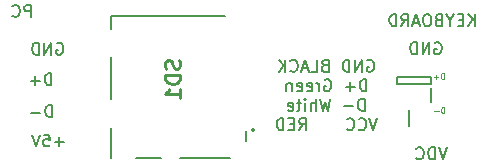
<source format=gbr>
G04 #@! TF.GenerationSoftware,KiCad,Pcbnew,(5.1.6)-1*
G04 #@! TF.CreationDate,2021-12-03T12:33:41+01:00*
G04 #@! TF.ProjectId,USBEMBEDED,55534245-4d42-4454-9445-442e6b696361,rev?*
G04 #@! TF.SameCoordinates,Original*
G04 #@! TF.FileFunction,Legend,Bot*
G04 #@! TF.FilePolarity,Positive*
%FSLAX46Y46*%
G04 Gerber Fmt 4.6, Leading zero omitted, Abs format (unit mm)*
G04 Created by KiCad (PCBNEW (5.1.6)-1) date 2021-12-03 12:33:41*
%MOMM*%
%LPD*%
G01*
G04 APERTURE LIST*
%ADD10C,0.150000*%
%ADD11C,0.125000*%
%ADD12C,0.200000*%
%ADD13C,0.254000*%
G04 APERTURE END LIST*
D10*
X166956190Y-97255000D02*
X167051428Y-97207380D01*
X167194285Y-97207380D01*
X167337142Y-97255000D01*
X167432380Y-97350238D01*
X167480000Y-97445476D01*
X167527619Y-97635952D01*
X167527619Y-97778809D01*
X167480000Y-97969285D01*
X167432380Y-98064523D01*
X167337142Y-98159761D01*
X167194285Y-98207380D01*
X167099047Y-98207380D01*
X166956190Y-98159761D01*
X166908571Y-98112142D01*
X166908571Y-97778809D01*
X167099047Y-97778809D01*
X166480000Y-98207380D02*
X166480000Y-97207380D01*
X165908571Y-98207380D01*
X165908571Y-97207380D01*
X165432380Y-98207380D02*
X165432380Y-97207380D01*
X165194285Y-97207380D01*
X165051428Y-97255000D01*
X164956190Y-97350238D01*
X164908571Y-97445476D01*
X164860952Y-97635952D01*
X164860952Y-97778809D01*
X164908571Y-97969285D01*
X164956190Y-98064523D01*
X165051428Y-98159761D01*
X165194285Y-98207380D01*
X165432380Y-98207380D01*
X163337142Y-97683571D02*
X163194285Y-97731190D01*
X163146666Y-97778809D01*
X163099047Y-97874047D01*
X163099047Y-98016904D01*
X163146666Y-98112142D01*
X163194285Y-98159761D01*
X163289523Y-98207380D01*
X163670476Y-98207380D01*
X163670476Y-97207380D01*
X163337142Y-97207380D01*
X163241904Y-97255000D01*
X163194285Y-97302619D01*
X163146666Y-97397857D01*
X163146666Y-97493095D01*
X163194285Y-97588333D01*
X163241904Y-97635952D01*
X163337142Y-97683571D01*
X163670476Y-97683571D01*
X162194285Y-98207380D02*
X162670476Y-98207380D01*
X162670476Y-97207380D01*
X161908571Y-97921666D02*
X161432380Y-97921666D01*
X162003809Y-98207380D02*
X161670476Y-97207380D01*
X161337142Y-98207380D01*
X160432380Y-98112142D02*
X160480000Y-98159761D01*
X160622857Y-98207380D01*
X160718095Y-98207380D01*
X160860952Y-98159761D01*
X160956190Y-98064523D01*
X161003809Y-97969285D01*
X161051428Y-97778809D01*
X161051428Y-97635952D01*
X161003809Y-97445476D01*
X160956190Y-97350238D01*
X160860952Y-97255000D01*
X160718095Y-97207380D01*
X160622857Y-97207380D01*
X160480000Y-97255000D01*
X160432380Y-97302619D01*
X160003809Y-98207380D02*
X160003809Y-97207380D01*
X159432380Y-98207380D02*
X159860952Y-97635952D01*
X159432380Y-97207380D02*
X160003809Y-97778809D01*
X166860952Y-99857380D02*
X166860952Y-98857380D01*
X166622857Y-98857380D01*
X166480000Y-98905000D01*
X166384761Y-99000238D01*
X166337142Y-99095476D01*
X166289523Y-99285952D01*
X166289523Y-99428809D01*
X166337142Y-99619285D01*
X166384761Y-99714523D01*
X166480000Y-99809761D01*
X166622857Y-99857380D01*
X166860952Y-99857380D01*
X165860952Y-99476428D02*
X165099047Y-99476428D01*
X165480000Y-99857380D02*
X165480000Y-99095476D01*
X163337142Y-98905000D02*
X163432380Y-98857380D01*
X163575238Y-98857380D01*
X163718095Y-98905000D01*
X163813333Y-99000238D01*
X163860952Y-99095476D01*
X163908571Y-99285952D01*
X163908571Y-99428809D01*
X163860952Y-99619285D01*
X163813333Y-99714523D01*
X163718095Y-99809761D01*
X163575238Y-99857380D01*
X163480000Y-99857380D01*
X163337142Y-99809761D01*
X163289523Y-99762142D01*
X163289523Y-99428809D01*
X163480000Y-99428809D01*
X162860952Y-99857380D02*
X162860952Y-99190714D01*
X162860952Y-99381190D02*
X162813333Y-99285952D01*
X162765714Y-99238333D01*
X162670476Y-99190714D01*
X162575238Y-99190714D01*
X161860952Y-99809761D02*
X161956190Y-99857380D01*
X162146666Y-99857380D01*
X162241904Y-99809761D01*
X162289523Y-99714523D01*
X162289523Y-99333571D01*
X162241904Y-99238333D01*
X162146666Y-99190714D01*
X161956190Y-99190714D01*
X161860952Y-99238333D01*
X161813333Y-99333571D01*
X161813333Y-99428809D01*
X162289523Y-99524047D01*
X161003809Y-99809761D02*
X161099047Y-99857380D01*
X161289523Y-99857380D01*
X161384761Y-99809761D01*
X161432380Y-99714523D01*
X161432380Y-99333571D01*
X161384761Y-99238333D01*
X161289523Y-99190714D01*
X161099047Y-99190714D01*
X161003809Y-99238333D01*
X160956190Y-99333571D01*
X160956190Y-99428809D01*
X161432380Y-99524047D01*
X160527619Y-99190714D02*
X160527619Y-99857380D01*
X160527619Y-99285952D02*
X160480000Y-99238333D01*
X160384761Y-99190714D01*
X160241904Y-99190714D01*
X160146666Y-99238333D01*
X160099047Y-99333571D01*
X160099047Y-99857380D01*
X166718095Y-101507380D02*
X166718095Y-100507380D01*
X166480000Y-100507380D01*
X166337142Y-100555000D01*
X166241904Y-100650238D01*
X166194285Y-100745476D01*
X166146666Y-100935952D01*
X166146666Y-101078809D01*
X166194285Y-101269285D01*
X166241904Y-101364523D01*
X166337142Y-101459761D01*
X166480000Y-101507380D01*
X166718095Y-101507380D01*
X165718095Y-101126428D02*
X164956190Y-101126428D01*
X163813333Y-100507380D02*
X163575238Y-101507380D01*
X163384761Y-100793095D01*
X163194285Y-101507380D01*
X162956190Y-100507380D01*
X162575238Y-101507380D02*
X162575238Y-100507380D01*
X162146666Y-101507380D02*
X162146666Y-100983571D01*
X162194285Y-100888333D01*
X162289523Y-100840714D01*
X162432380Y-100840714D01*
X162527619Y-100888333D01*
X162575238Y-100935952D01*
X161670476Y-101507380D02*
X161670476Y-100840714D01*
X161670476Y-100507380D02*
X161718095Y-100555000D01*
X161670476Y-100602619D01*
X161622857Y-100555000D01*
X161670476Y-100507380D01*
X161670476Y-100602619D01*
X161337142Y-100840714D02*
X160956190Y-100840714D01*
X161194285Y-100507380D02*
X161194285Y-101364523D01*
X161146666Y-101459761D01*
X161051428Y-101507380D01*
X160956190Y-101507380D01*
X160241904Y-101459761D02*
X160337142Y-101507380D01*
X160527619Y-101507380D01*
X160622857Y-101459761D01*
X160670476Y-101364523D01*
X160670476Y-100983571D01*
X160622857Y-100888333D01*
X160527619Y-100840714D01*
X160337142Y-100840714D01*
X160241904Y-100888333D01*
X160194285Y-100983571D01*
X160194285Y-101078809D01*
X160670476Y-101174047D01*
X167789523Y-102157380D02*
X167456190Y-103157380D01*
X167122857Y-102157380D01*
X166218095Y-103062142D02*
X166265714Y-103109761D01*
X166408571Y-103157380D01*
X166503809Y-103157380D01*
X166646666Y-103109761D01*
X166741904Y-103014523D01*
X166789523Y-102919285D01*
X166837142Y-102728809D01*
X166837142Y-102585952D01*
X166789523Y-102395476D01*
X166741904Y-102300238D01*
X166646666Y-102205000D01*
X166503809Y-102157380D01*
X166408571Y-102157380D01*
X166265714Y-102205000D01*
X166218095Y-102252619D01*
X165218095Y-103062142D02*
X165265714Y-103109761D01*
X165408571Y-103157380D01*
X165503809Y-103157380D01*
X165646666Y-103109761D01*
X165741904Y-103014523D01*
X165789523Y-102919285D01*
X165837142Y-102728809D01*
X165837142Y-102585952D01*
X165789523Y-102395476D01*
X165741904Y-102300238D01*
X165646666Y-102205000D01*
X165503809Y-102157380D01*
X165408571Y-102157380D01*
X165265714Y-102205000D01*
X165218095Y-102252619D01*
X161170476Y-103157380D02*
X161503809Y-102681190D01*
X161741904Y-103157380D02*
X161741904Y-102157380D01*
X161360952Y-102157380D01*
X161265714Y-102205000D01*
X161218095Y-102252619D01*
X161170476Y-102347857D01*
X161170476Y-102490714D01*
X161218095Y-102585952D01*
X161265714Y-102633571D01*
X161360952Y-102681190D01*
X161741904Y-102681190D01*
X160741904Y-102633571D02*
X160408571Y-102633571D01*
X160265714Y-103157380D02*
X160741904Y-103157380D01*
X160741904Y-102157380D01*
X160265714Y-102157380D01*
X159837142Y-103157380D02*
X159837142Y-102157380D01*
X159599047Y-102157380D01*
X159456190Y-102205000D01*
X159360952Y-102300238D01*
X159313333Y-102395476D01*
X159265714Y-102585952D01*
X159265714Y-102728809D01*
X159313333Y-102919285D01*
X159360952Y-103014523D01*
X159456190Y-103109761D01*
X159599047Y-103157380D01*
X159837142Y-103157380D01*
X138471904Y-93572380D02*
X138471904Y-92572380D01*
X138090952Y-92572380D01*
X137995714Y-92620000D01*
X137948095Y-92667619D01*
X137900476Y-92762857D01*
X137900476Y-92905714D01*
X137948095Y-93000952D01*
X137995714Y-93048571D01*
X138090952Y-93096190D01*
X138471904Y-93096190D01*
X136900476Y-93477142D02*
X136948095Y-93524761D01*
X137090952Y-93572380D01*
X137186190Y-93572380D01*
X137329047Y-93524761D01*
X137424285Y-93429523D01*
X137471904Y-93334285D01*
X137519523Y-93143809D01*
X137519523Y-93000952D01*
X137471904Y-92810476D01*
X137424285Y-92715238D01*
X137329047Y-92620000D01*
X137186190Y-92572380D01*
X137090952Y-92572380D01*
X136948095Y-92620000D01*
X136900476Y-92667619D01*
X176055238Y-94352380D02*
X176055238Y-93352380D01*
X175483809Y-94352380D02*
X175912380Y-93780952D01*
X175483809Y-93352380D02*
X176055238Y-93923809D01*
X175055238Y-93828571D02*
X174721904Y-93828571D01*
X174579047Y-94352380D02*
X175055238Y-94352380D01*
X175055238Y-93352380D01*
X174579047Y-93352380D01*
X173960000Y-93876190D02*
X173960000Y-94352380D01*
X174293333Y-93352380D02*
X173960000Y-93876190D01*
X173626666Y-93352380D01*
X172960000Y-93828571D02*
X172817142Y-93876190D01*
X172769523Y-93923809D01*
X172721904Y-94019047D01*
X172721904Y-94161904D01*
X172769523Y-94257142D01*
X172817142Y-94304761D01*
X172912380Y-94352380D01*
X173293333Y-94352380D01*
X173293333Y-93352380D01*
X172960000Y-93352380D01*
X172864761Y-93400000D01*
X172817142Y-93447619D01*
X172769523Y-93542857D01*
X172769523Y-93638095D01*
X172817142Y-93733333D01*
X172864761Y-93780952D01*
X172960000Y-93828571D01*
X173293333Y-93828571D01*
X172102857Y-93352380D02*
X171912380Y-93352380D01*
X171817142Y-93400000D01*
X171721904Y-93495238D01*
X171674285Y-93685714D01*
X171674285Y-94019047D01*
X171721904Y-94209523D01*
X171817142Y-94304761D01*
X171912380Y-94352380D01*
X172102857Y-94352380D01*
X172198095Y-94304761D01*
X172293333Y-94209523D01*
X172340952Y-94019047D01*
X172340952Y-93685714D01*
X172293333Y-93495238D01*
X172198095Y-93400000D01*
X172102857Y-93352380D01*
X171293333Y-94066666D02*
X170817142Y-94066666D01*
X171388571Y-94352380D02*
X171055238Y-93352380D01*
X170721904Y-94352380D01*
X169817142Y-94352380D02*
X170150476Y-93876190D01*
X170388571Y-94352380D02*
X170388571Y-93352380D01*
X170007619Y-93352380D01*
X169912380Y-93400000D01*
X169864761Y-93447619D01*
X169817142Y-93542857D01*
X169817142Y-93685714D01*
X169864761Y-93780952D01*
X169912380Y-93828571D01*
X170007619Y-93876190D01*
X170388571Y-93876190D01*
X169388571Y-94352380D02*
X169388571Y-93352380D01*
X169150476Y-93352380D01*
X169007619Y-93400000D01*
X168912380Y-93495238D01*
X168864761Y-93590476D01*
X168817142Y-93780952D01*
X168817142Y-93923809D01*
X168864761Y-94114285D01*
X168912380Y-94209523D01*
X169007619Y-94304761D01*
X169150476Y-94352380D01*
X169388571Y-94352380D01*
X173663333Y-104622380D02*
X173330000Y-105622380D01*
X172996666Y-104622380D01*
X172663333Y-105622380D02*
X172663333Y-104622380D01*
X172425238Y-104622380D01*
X172282380Y-104670000D01*
X172187142Y-104765238D01*
X172139523Y-104860476D01*
X172091904Y-105050952D01*
X172091904Y-105193809D01*
X172139523Y-105384285D01*
X172187142Y-105479523D01*
X172282380Y-105574761D01*
X172425238Y-105622380D01*
X172663333Y-105622380D01*
X171091904Y-105527142D02*
X171139523Y-105574761D01*
X171282380Y-105622380D01*
X171377619Y-105622380D01*
X171520476Y-105574761D01*
X171615714Y-105479523D01*
X171663333Y-105384285D01*
X171710952Y-105193809D01*
X171710952Y-105050952D01*
X171663333Y-104860476D01*
X171615714Y-104765238D01*
X171520476Y-104670000D01*
X171377619Y-104622380D01*
X171282380Y-104622380D01*
X171139523Y-104670000D01*
X171091904Y-104717619D01*
D11*
X173470476Y-101716190D02*
X173470476Y-101216190D01*
X173351428Y-101216190D01*
X173280000Y-101240000D01*
X173232380Y-101287619D01*
X173208571Y-101335238D01*
X173184761Y-101430476D01*
X173184761Y-101501904D01*
X173208571Y-101597142D01*
X173232380Y-101644761D01*
X173280000Y-101692380D01*
X173351428Y-101716190D01*
X173470476Y-101716190D01*
X172970476Y-101525714D02*
X172589523Y-101525714D01*
X173440476Y-98836190D02*
X173440476Y-98336190D01*
X173321428Y-98336190D01*
X173250000Y-98360000D01*
X173202380Y-98407619D01*
X173178571Y-98455238D01*
X173154761Y-98550476D01*
X173154761Y-98621904D01*
X173178571Y-98717142D01*
X173202380Y-98764761D01*
X173250000Y-98812380D01*
X173321428Y-98836190D01*
X173440476Y-98836190D01*
X172940476Y-98645714D02*
X172559523Y-98645714D01*
X172750000Y-98836190D02*
X172750000Y-98455238D01*
D10*
X140220952Y-102052380D02*
X140220952Y-101052380D01*
X139982857Y-101052380D01*
X139840000Y-101100000D01*
X139744761Y-101195238D01*
X139697142Y-101290476D01*
X139649523Y-101480952D01*
X139649523Y-101623809D01*
X139697142Y-101814285D01*
X139744761Y-101909523D01*
X139840000Y-102004761D01*
X139982857Y-102052380D01*
X140220952Y-102052380D01*
X139220952Y-101671428D02*
X138459047Y-101671428D01*
X172661904Y-95770000D02*
X172757142Y-95722380D01*
X172900000Y-95722380D01*
X173042857Y-95770000D01*
X173138095Y-95865238D01*
X173185714Y-95960476D01*
X173233333Y-96150952D01*
X173233333Y-96293809D01*
X173185714Y-96484285D01*
X173138095Y-96579523D01*
X173042857Y-96674761D01*
X172900000Y-96722380D01*
X172804761Y-96722380D01*
X172661904Y-96674761D01*
X172614285Y-96627142D01*
X172614285Y-96293809D01*
X172804761Y-96293809D01*
X172185714Y-96722380D02*
X172185714Y-95722380D01*
X171614285Y-96722380D01*
X171614285Y-95722380D01*
X171138095Y-96722380D02*
X171138095Y-95722380D01*
X170900000Y-95722380D01*
X170757142Y-95770000D01*
X170661904Y-95865238D01*
X170614285Y-95960476D01*
X170566666Y-96150952D01*
X170566666Y-96293809D01*
X170614285Y-96484285D01*
X170661904Y-96579523D01*
X170757142Y-96674761D01*
X170900000Y-96722380D01*
X171138095Y-96722380D01*
X141245714Y-104161428D02*
X140483809Y-104161428D01*
X140864761Y-104542380D02*
X140864761Y-103780476D01*
X139531428Y-103542380D02*
X140007619Y-103542380D01*
X140055238Y-104018571D01*
X140007619Y-103970952D01*
X139912380Y-103923333D01*
X139674285Y-103923333D01*
X139579047Y-103970952D01*
X139531428Y-104018571D01*
X139483809Y-104113809D01*
X139483809Y-104351904D01*
X139531428Y-104447142D01*
X139579047Y-104494761D01*
X139674285Y-104542380D01*
X139912380Y-104542380D01*
X140007619Y-104494761D01*
X140055238Y-104447142D01*
X139198095Y-103542380D02*
X138864761Y-104542380D01*
X138531428Y-103542380D01*
X140200952Y-99352380D02*
X140200952Y-98352380D01*
X139962857Y-98352380D01*
X139820000Y-98400000D01*
X139724761Y-98495238D01*
X139677142Y-98590476D01*
X139629523Y-98780952D01*
X139629523Y-98923809D01*
X139677142Y-99114285D01*
X139724761Y-99209523D01*
X139820000Y-99304761D01*
X139962857Y-99352380D01*
X140200952Y-99352380D01*
X139200952Y-98971428D02*
X138439047Y-98971428D01*
X138820000Y-99352380D02*
X138820000Y-98590476D01*
X140641904Y-95810000D02*
X140737142Y-95762380D01*
X140880000Y-95762380D01*
X141022857Y-95810000D01*
X141118095Y-95905238D01*
X141165714Y-96000476D01*
X141213333Y-96190952D01*
X141213333Y-96333809D01*
X141165714Y-96524285D01*
X141118095Y-96619523D01*
X141022857Y-96714761D01*
X140880000Y-96762380D01*
X140784761Y-96762380D01*
X140641904Y-96714761D01*
X140594285Y-96667142D01*
X140594285Y-96333809D01*
X140784761Y-96333809D01*
X140165714Y-96762380D02*
X140165714Y-95762380D01*
X139594285Y-96762380D01*
X139594285Y-95762380D01*
X139118095Y-96762380D02*
X139118095Y-95762380D01*
X138880000Y-95762380D01*
X138737142Y-95810000D01*
X138641904Y-95905238D01*
X138594285Y-96000476D01*
X138546666Y-96190952D01*
X138546666Y-96333809D01*
X138594285Y-96524285D01*
X138641904Y-96619523D01*
X138737142Y-96714761D01*
X138880000Y-96762380D01*
X139118095Y-96762380D01*
D12*
G04 #@! TO.C,SD1*
X145255000Y-93535000D02*
X154934000Y-93535000D01*
X145255000Y-93535000D02*
X145255000Y-94596000D01*
X145255000Y-97010000D02*
X145255000Y-100510000D01*
X145255000Y-105485000D02*
X145255000Y-102965000D01*
X147358000Y-105485000D02*
X149439000Y-105485000D01*
X151054000Y-105485000D02*
X155288000Y-105485000D01*
X156655000Y-103249000D02*
X156655000Y-104070000D01*
X157373360Y-103144000D02*
G75*
G03*
X157373360Y-103144000I-113360J0D01*
G01*
G04 #@! TO.C,C1*
X170510000Y-101430000D02*
X170510000Y-102830000D01*
G04 #@! TO.C,KEYPWR1*
X172320000Y-99220000D02*
X172320000Y-98620000D01*
X172320000Y-98620000D02*
X169420000Y-98620000D01*
X169420000Y-98620000D02*
X169420000Y-99220000D01*
X169420000Y-99220000D02*
X172320000Y-99220000D01*
X172370000Y-100770000D02*
X172370000Y-99570000D01*
G04 #@! TO.C,SD1*
D13*
X151030047Y-97228380D02*
X151090523Y-97409809D01*
X151090523Y-97712190D01*
X151030047Y-97833142D01*
X150969571Y-97893619D01*
X150848619Y-97954095D01*
X150727666Y-97954095D01*
X150606714Y-97893619D01*
X150546238Y-97833142D01*
X150485761Y-97712190D01*
X150425285Y-97470285D01*
X150364809Y-97349333D01*
X150304333Y-97288857D01*
X150183380Y-97228380D01*
X150062428Y-97228380D01*
X149941476Y-97288857D01*
X149881000Y-97349333D01*
X149820523Y-97470285D01*
X149820523Y-97772666D01*
X149881000Y-97954095D01*
X151090523Y-98498380D02*
X149820523Y-98498380D01*
X149820523Y-98800761D01*
X149881000Y-98982190D01*
X150001952Y-99103142D01*
X150122904Y-99163619D01*
X150364809Y-99224095D01*
X150546238Y-99224095D01*
X150788142Y-99163619D01*
X150909095Y-99103142D01*
X151030047Y-98982190D01*
X151090523Y-98800761D01*
X151090523Y-98498380D01*
X151090523Y-100433619D02*
X151090523Y-99707904D01*
X151090523Y-100070761D02*
X149820523Y-100070761D01*
X150001952Y-99949809D01*
X150122904Y-99828857D01*
X150183380Y-99707904D01*
G04 #@! TD*
M02*

</source>
